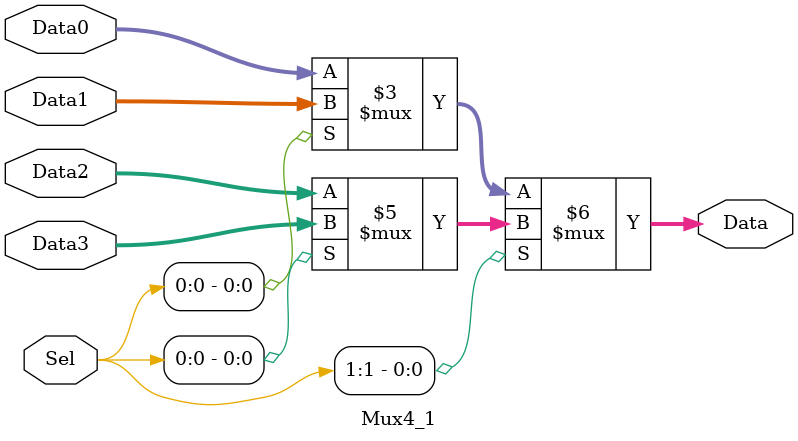
<source format=v>
module Mux4_1(
input [31:0] Data0,Data1,Data2,Data3,
input [1:0] Sel,
output [31:0]Data
);
assign Data = (Sel[1] == 1'b0)?((Sel[0] == 1'b0)?(Data0):(Data1)):((Sel[0] == 1'b0)?(Data2):(Data3));
endmodule
</source>
